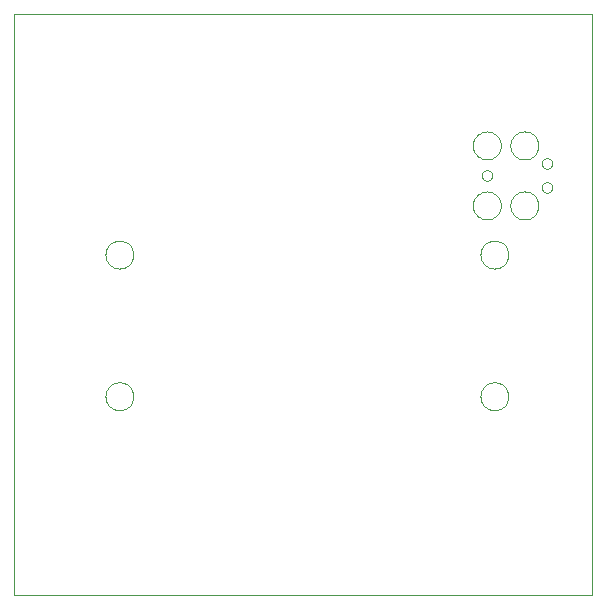
<source format=gbp>
G75*
G70*
%OFA0B0*%
%FSLAX24Y24*%
%IPPOS*%
%LPD*%
%AMOC8*
5,1,8,0,0,1.08239X$1,22.5*
%
%ADD10C,0.0000*%
D10*
X000162Y000100D02*
X000162Y019471D01*
X019407Y019471D01*
X019407Y000100D01*
X000162Y000100D01*
X003197Y006738D02*
X003199Y006781D01*
X003205Y006823D01*
X003215Y006865D01*
X003228Y006906D01*
X003246Y006945D01*
X003267Y006983D01*
X003291Y007018D01*
X003318Y007051D01*
X003349Y007082D01*
X003382Y007109D01*
X003417Y007133D01*
X003455Y007154D01*
X003494Y007172D01*
X003535Y007185D01*
X003577Y007195D01*
X003619Y007201D01*
X003662Y007203D01*
X003705Y007201D01*
X003747Y007195D01*
X003789Y007185D01*
X003830Y007172D01*
X003869Y007154D01*
X003907Y007133D01*
X003942Y007109D01*
X003975Y007082D01*
X004006Y007051D01*
X004033Y007018D01*
X004057Y006983D01*
X004078Y006945D01*
X004096Y006906D01*
X004109Y006865D01*
X004119Y006823D01*
X004125Y006781D01*
X004127Y006738D01*
X004125Y006695D01*
X004119Y006653D01*
X004109Y006611D01*
X004096Y006570D01*
X004078Y006531D01*
X004057Y006493D01*
X004033Y006458D01*
X004006Y006425D01*
X003975Y006394D01*
X003942Y006367D01*
X003907Y006343D01*
X003869Y006322D01*
X003830Y006304D01*
X003789Y006291D01*
X003747Y006281D01*
X003705Y006275D01*
X003662Y006273D01*
X003619Y006275D01*
X003577Y006281D01*
X003535Y006291D01*
X003494Y006304D01*
X003455Y006322D01*
X003417Y006343D01*
X003382Y006367D01*
X003349Y006394D01*
X003318Y006425D01*
X003291Y006458D01*
X003267Y006493D01*
X003246Y006531D01*
X003228Y006570D01*
X003215Y006611D01*
X003205Y006653D01*
X003199Y006695D01*
X003197Y006738D01*
X003197Y011462D02*
X003199Y011505D01*
X003205Y011547D01*
X003215Y011589D01*
X003228Y011630D01*
X003246Y011669D01*
X003267Y011707D01*
X003291Y011742D01*
X003318Y011775D01*
X003349Y011806D01*
X003382Y011833D01*
X003417Y011857D01*
X003455Y011878D01*
X003494Y011896D01*
X003535Y011909D01*
X003577Y011919D01*
X003619Y011925D01*
X003662Y011927D01*
X003705Y011925D01*
X003747Y011919D01*
X003789Y011909D01*
X003830Y011896D01*
X003869Y011878D01*
X003907Y011857D01*
X003942Y011833D01*
X003975Y011806D01*
X004006Y011775D01*
X004033Y011742D01*
X004057Y011707D01*
X004078Y011669D01*
X004096Y011630D01*
X004109Y011589D01*
X004119Y011547D01*
X004125Y011505D01*
X004127Y011462D01*
X004125Y011419D01*
X004119Y011377D01*
X004109Y011335D01*
X004096Y011294D01*
X004078Y011255D01*
X004057Y011217D01*
X004033Y011182D01*
X004006Y011149D01*
X003975Y011118D01*
X003942Y011091D01*
X003907Y011067D01*
X003869Y011046D01*
X003830Y011028D01*
X003789Y011015D01*
X003747Y011005D01*
X003705Y010999D01*
X003662Y010997D01*
X003619Y010999D01*
X003577Y011005D01*
X003535Y011015D01*
X003494Y011028D01*
X003455Y011046D01*
X003417Y011067D01*
X003382Y011091D01*
X003349Y011118D01*
X003318Y011149D01*
X003291Y011182D01*
X003267Y011217D01*
X003246Y011255D01*
X003228Y011294D01*
X003215Y011335D01*
X003205Y011377D01*
X003199Y011419D01*
X003197Y011462D01*
X015445Y013100D02*
X015447Y013143D01*
X015453Y013186D01*
X015463Y013228D01*
X015477Y013269D01*
X015494Y013308D01*
X015515Y013346D01*
X015539Y013381D01*
X015567Y013415D01*
X015597Y013445D01*
X015631Y013473D01*
X015666Y013497D01*
X015704Y013518D01*
X015743Y013535D01*
X015784Y013549D01*
X015826Y013559D01*
X015869Y013565D01*
X015912Y013567D01*
X015955Y013565D01*
X015998Y013559D01*
X016040Y013549D01*
X016081Y013535D01*
X016120Y013518D01*
X016158Y013497D01*
X016193Y013473D01*
X016227Y013445D01*
X016257Y013415D01*
X016285Y013381D01*
X016309Y013346D01*
X016330Y013308D01*
X016347Y013269D01*
X016361Y013228D01*
X016371Y013186D01*
X016377Y013143D01*
X016379Y013100D01*
X016377Y013057D01*
X016371Y013014D01*
X016361Y012972D01*
X016347Y012931D01*
X016330Y012892D01*
X016309Y012854D01*
X016285Y012819D01*
X016257Y012785D01*
X016227Y012755D01*
X016193Y012727D01*
X016158Y012703D01*
X016120Y012682D01*
X016081Y012665D01*
X016040Y012651D01*
X015998Y012641D01*
X015955Y012635D01*
X015912Y012633D01*
X015869Y012635D01*
X015826Y012641D01*
X015784Y012651D01*
X015743Y012665D01*
X015704Y012682D01*
X015666Y012703D01*
X015631Y012727D01*
X015597Y012755D01*
X015567Y012785D01*
X015539Y012819D01*
X015515Y012854D01*
X015494Y012892D01*
X015477Y012931D01*
X015463Y012972D01*
X015453Y013014D01*
X015447Y013057D01*
X015445Y013100D01*
X015737Y014100D02*
X015739Y014126D01*
X015745Y014152D01*
X015754Y014176D01*
X015767Y014199D01*
X015784Y014219D01*
X015803Y014237D01*
X015825Y014252D01*
X015848Y014263D01*
X015873Y014271D01*
X015899Y014275D01*
X015925Y014275D01*
X015951Y014271D01*
X015976Y014263D01*
X016000Y014252D01*
X016021Y014237D01*
X016040Y014219D01*
X016057Y014199D01*
X016070Y014176D01*
X016079Y014152D01*
X016085Y014126D01*
X016087Y014100D01*
X016085Y014074D01*
X016079Y014048D01*
X016070Y014024D01*
X016057Y014001D01*
X016040Y013981D01*
X016021Y013963D01*
X015999Y013948D01*
X015976Y013937D01*
X015951Y013929D01*
X015925Y013925D01*
X015899Y013925D01*
X015873Y013929D01*
X015848Y013937D01*
X015824Y013948D01*
X015803Y013963D01*
X015784Y013981D01*
X015767Y014001D01*
X015754Y014024D01*
X015745Y014048D01*
X015739Y014074D01*
X015737Y014100D01*
X015445Y015100D02*
X015447Y015143D01*
X015453Y015186D01*
X015463Y015228D01*
X015477Y015269D01*
X015494Y015308D01*
X015515Y015346D01*
X015539Y015381D01*
X015567Y015415D01*
X015597Y015445D01*
X015631Y015473D01*
X015666Y015497D01*
X015704Y015518D01*
X015743Y015535D01*
X015784Y015549D01*
X015826Y015559D01*
X015869Y015565D01*
X015912Y015567D01*
X015955Y015565D01*
X015998Y015559D01*
X016040Y015549D01*
X016081Y015535D01*
X016120Y015518D01*
X016158Y015497D01*
X016193Y015473D01*
X016227Y015445D01*
X016257Y015415D01*
X016285Y015381D01*
X016309Y015346D01*
X016330Y015308D01*
X016347Y015269D01*
X016361Y015228D01*
X016371Y015186D01*
X016377Y015143D01*
X016379Y015100D01*
X016377Y015057D01*
X016371Y015014D01*
X016361Y014972D01*
X016347Y014931D01*
X016330Y014892D01*
X016309Y014854D01*
X016285Y014819D01*
X016257Y014785D01*
X016227Y014755D01*
X016193Y014727D01*
X016158Y014703D01*
X016120Y014682D01*
X016081Y014665D01*
X016040Y014651D01*
X015998Y014641D01*
X015955Y014635D01*
X015912Y014633D01*
X015869Y014635D01*
X015826Y014641D01*
X015784Y014651D01*
X015743Y014665D01*
X015704Y014682D01*
X015666Y014703D01*
X015631Y014727D01*
X015597Y014755D01*
X015567Y014785D01*
X015539Y014819D01*
X015515Y014854D01*
X015494Y014892D01*
X015477Y014931D01*
X015463Y014972D01*
X015453Y015014D01*
X015447Y015057D01*
X015445Y015100D01*
X016695Y015100D02*
X016697Y015143D01*
X016703Y015186D01*
X016713Y015228D01*
X016727Y015269D01*
X016744Y015308D01*
X016765Y015346D01*
X016789Y015381D01*
X016817Y015415D01*
X016847Y015445D01*
X016881Y015473D01*
X016916Y015497D01*
X016954Y015518D01*
X016993Y015535D01*
X017034Y015549D01*
X017076Y015559D01*
X017119Y015565D01*
X017162Y015567D01*
X017205Y015565D01*
X017248Y015559D01*
X017290Y015549D01*
X017331Y015535D01*
X017370Y015518D01*
X017408Y015497D01*
X017443Y015473D01*
X017477Y015445D01*
X017507Y015415D01*
X017535Y015381D01*
X017559Y015346D01*
X017580Y015308D01*
X017597Y015269D01*
X017611Y015228D01*
X017621Y015186D01*
X017627Y015143D01*
X017629Y015100D01*
X017627Y015057D01*
X017621Y015014D01*
X017611Y014972D01*
X017597Y014931D01*
X017580Y014892D01*
X017559Y014854D01*
X017535Y014819D01*
X017507Y014785D01*
X017477Y014755D01*
X017443Y014727D01*
X017408Y014703D01*
X017370Y014682D01*
X017331Y014665D01*
X017290Y014651D01*
X017248Y014641D01*
X017205Y014635D01*
X017162Y014633D01*
X017119Y014635D01*
X017076Y014641D01*
X017034Y014651D01*
X016993Y014665D01*
X016954Y014682D01*
X016916Y014703D01*
X016881Y014727D01*
X016847Y014755D01*
X016817Y014785D01*
X016789Y014819D01*
X016765Y014854D01*
X016744Y014892D01*
X016727Y014931D01*
X016713Y014972D01*
X016703Y015014D01*
X016697Y015057D01*
X016695Y015100D01*
X017737Y014500D02*
X017739Y014526D01*
X017745Y014552D01*
X017754Y014576D01*
X017767Y014599D01*
X017784Y014619D01*
X017803Y014637D01*
X017825Y014652D01*
X017848Y014663D01*
X017873Y014671D01*
X017899Y014675D01*
X017925Y014675D01*
X017951Y014671D01*
X017976Y014663D01*
X018000Y014652D01*
X018021Y014637D01*
X018040Y014619D01*
X018057Y014599D01*
X018070Y014576D01*
X018079Y014552D01*
X018085Y014526D01*
X018087Y014500D01*
X018085Y014474D01*
X018079Y014448D01*
X018070Y014424D01*
X018057Y014401D01*
X018040Y014381D01*
X018021Y014363D01*
X017999Y014348D01*
X017976Y014337D01*
X017951Y014329D01*
X017925Y014325D01*
X017899Y014325D01*
X017873Y014329D01*
X017848Y014337D01*
X017824Y014348D01*
X017803Y014363D01*
X017784Y014381D01*
X017767Y014401D01*
X017754Y014424D01*
X017745Y014448D01*
X017739Y014474D01*
X017737Y014500D01*
X017737Y013700D02*
X017739Y013726D01*
X017745Y013752D01*
X017754Y013776D01*
X017767Y013799D01*
X017784Y013819D01*
X017803Y013837D01*
X017825Y013852D01*
X017848Y013863D01*
X017873Y013871D01*
X017899Y013875D01*
X017925Y013875D01*
X017951Y013871D01*
X017976Y013863D01*
X018000Y013852D01*
X018021Y013837D01*
X018040Y013819D01*
X018057Y013799D01*
X018070Y013776D01*
X018079Y013752D01*
X018085Y013726D01*
X018087Y013700D01*
X018085Y013674D01*
X018079Y013648D01*
X018070Y013624D01*
X018057Y013601D01*
X018040Y013581D01*
X018021Y013563D01*
X017999Y013548D01*
X017976Y013537D01*
X017951Y013529D01*
X017925Y013525D01*
X017899Y013525D01*
X017873Y013529D01*
X017848Y013537D01*
X017824Y013548D01*
X017803Y013563D01*
X017784Y013581D01*
X017767Y013601D01*
X017754Y013624D01*
X017745Y013648D01*
X017739Y013674D01*
X017737Y013700D01*
X016695Y013100D02*
X016697Y013143D01*
X016703Y013186D01*
X016713Y013228D01*
X016727Y013269D01*
X016744Y013308D01*
X016765Y013346D01*
X016789Y013381D01*
X016817Y013415D01*
X016847Y013445D01*
X016881Y013473D01*
X016916Y013497D01*
X016954Y013518D01*
X016993Y013535D01*
X017034Y013549D01*
X017076Y013559D01*
X017119Y013565D01*
X017162Y013567D01*
X017205Y013565D01*
X017248Y013559D01*
X017290Y013549D01*
X017331Y013535D01*
X017370Y013518D01*
X017408Y013497D01*
X017443Y013473D01*
X017477Y013445D01*
X017507Y013415D01*
X017535Y013381D01*
X017559Y013346D01*
X017580Y013308D01*
X017597Y013269D01*
X017611Y013228D01*
X017621Y013186D01*
X017627Y013143D01*
X017629Y013100D01*
X017627Y013057D01*
X017621Y013014D01*
X017611Y012972D01*
X017597Y012931D01*
X017580Y012892D01*
X017559Y012854D01*
X017535Y012819D01*
X017507Y012785D01*
X017477Y012755D01*
X017443Y012727D01*
X017408Y012703D01*
X017370Y012682D01*
X017331Y012665D01*
X017290Y012651D01*
X017248Y012641D01*
X017205Y012635D01*
X017162Y012633D01*
X017119Y012635D01*
X017076Y012641D01*
X017034Y012651D01*
X016993Y012665D01*
X016954Y012682D01*
X016916Y012703D01*
X016881Y012727D01*
X016847Y012755D01*
X016817Y012785D01*
X016789Y012819D01*
X016765Y012854D01*
X016744Y012892D01*
X016727Y012931D01*
X016713Y012972D01*
X016703Y013014D01*
X016697Y013057D01*
X016695Y013100D01*
X015697Y011462D02*
X015699Y011505D01*
X015705Y011547D01*
X015715Y011589D01*
X015728Y011630D01*
X015746Y011669D01*
X015767Y011707D01*
X015791Y011742D01*
X015818Y011775D01*
X015849Y011806D01*
X015882Y011833D01*
X015917Y011857D01*
X015955Y011878D01*
X015994Y011896D01*
X016035Y011909D01*
X016077Y011919D01*
X016119Y011925D01*
X016162Y011927D01*
X016205Y011925D01*
X016247Y011919D01*
X016289Y011909D01*
X016330Y011896D01*
X016369Y011878D01*
X016407Y011857D01*
X016442Y011833D01*
X016475Y011806D01*
X016506Y011775D01*
X016533Y011742D01*
X016557Y011707D01*
X016578Y011669D01*
X016596Y011630D01*
X016609Y011589D01*
X016619Y011547D01*
X016625Y011505D01*
X016627Y011462D01*
X016625Y011419D01*
X016619Y011377D01*
X016609Y011335D01*
X016596Y011294D01*
X016578Y011255D01*
X016557Y011217D01*
X016533Y011182D01*
X016506Y011149D01*
X016475Y011118D01*
X016442Y011091D01*
X016407Y011067D01*
X016369Y011046D01*
X016330Y011028D01*
X016289Y011015D01*
X016247Y011005D01*
X016205Y010999D01*
X016162Y010997D01*
X016119Y010999D01*
X016077Y011005D01*
X016035Y011015D01*
X015994Y011028D01*
X015955Y011046D01*
X015917Y011067D01*
X015882Y011091D01*
X015849Y011118D01*
X015818Y011149D01*
X015791Y011182D01*
X015767Y011217D01*
X015746Y011255D01*
X015728Y011294D01*
X015715Y011335D01*
X015705Y011377D01*
X015699Y011419D01*
X015697Y011462D01*
X015697Y006738D02*
X015699Y006781D01*
X015705Y006823D01*
X015715Y006865D01*
X015728Y006906D01*
X015746Y006945D01*
X015767Y006983D01*
X015791Y007018D01*
X015818Y007051D01*
X015849Y007082D01*
X015882Y007109D01*
X015917Y007133D01*
X015955Y007154D01*
X015994Y007172D01*
X016035Y007185D01*
X016077Y007195D01*
X016119Y007201D01*
X016162Y007203D01*
X016205Y007201D01*
X016247Y007195D01*
X016289Y007185D01*
X016330Y007172D01*
X016369Y007154D01*
X016407Y007133D01*
X016442Y007109D01*
X016475Y007082D01*
X016506Y007051D01*
X016533Y007018D01*
X016557Y006983D01*
X016578Y006945D01*
X016596Y006906D01*
X016609Y006865D01*
X016619Y006823D01*
X016625Y006781D01*
X016627Y006738D01*
X016625Y006695D01*
X016619Y006653D01*
X016609Y006611D01*
X016596Y006570D01*
X016578Y006531D01*
X016557Y006493D01*
X016533Y006458D01*
X016506Y006425D01*
X016475Y006394D01*
X016442Y006367D01*
X016407Y006343D01*
X016369Y006322D01*
X016330Y006304D01*
X016289Y006291D01*
X016247Y006281D01*
X016205Y006275D01*
X016162Y006273D01*
X016119Y006275D01*
X016077Y006281D01*
X016035Y006291D01*
X015994Y006304D01*
X015955Y006322D01*
X015917Y006343D01*
X015882Y006367D01*
X015849Y006394D01*
X015818Y006425D01*
X015791Y006458D01*
X015767Y006493D01*
X015746Y006531D01*
X015728Y006570D01*
X015715Y006611D01*
X015705Y006653D01*
X015699Y006695D01*
X015697Y006738D01*
M02*

</source>
